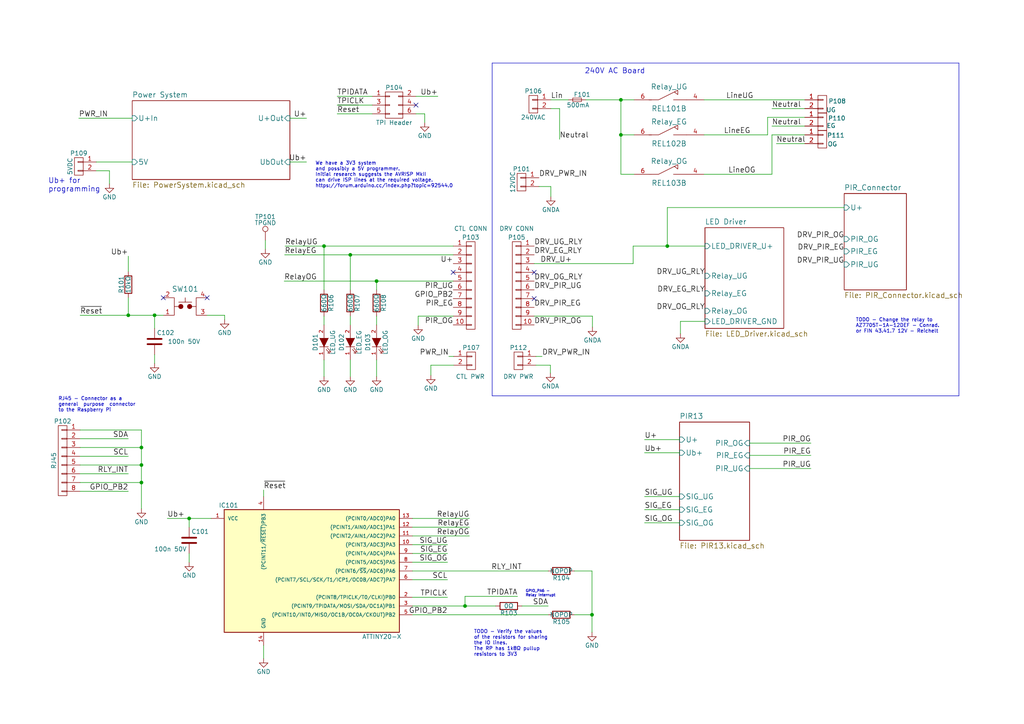
<source format=kicad_sch>
(kicad_sch (version 20230121) (generator eeschema)
  (paper "A4")
  (title_block (title "TL2C - Timed LED Lighting Controller - Hutschiene") (date "2017-07-16") (rev "2L.3"))
  (lib_symbols
    (symbol "Device:C" (pin_numbers hide) (pin_names (offset 0.254))
      (property "Reference" "C" (at 0.635 2.54 0))
      (property "Value" "C" (at 0.635 -2.54 0))
      (symbol "C_0_1"
        (polyline (pts (xy -2.032 -0.762) (xy 2.032 -0.762)) (stroke (width 0.508)))
        (polyline (pts (xy -2.032 0.762) (xy 2.032 0.762)) (stroke (width 0.508)))
      )
      (symbol "C_1_1"
        (pin passive line (at 0 3.81 270) (length 2.794) (name "~") (number "1"))
        (pin passive line (at 0 -3.81 90) (length 2.794) (name "~") (number "2"))
      )
    )
    (symbol "Device:R" (pin_numbers hide) (pin_names (offset 0))
      (property "Reference" "R" (at 2.032 0 90))
      (property "Value" "R" (at 0 0 90))
      (symbol "R_0_1"
        (rectangle (start -1.016 -2.54) (end 1.016 2.54) (stroke (width 0.254)))
      )
      (symbol "R_1_1"
        (pin passive line (at 0 3.81 270) (length 1.27) (name "~") (number "1"))
        (pin passive line (at 0 -3.81 90) (length 1.27) (name "~") (number "2"))
      )
    )
    (symbol "power:GND" (power) (pin_names (offset 0))
      (property "Value" "GND" (at 0 -3.81 0))
      (symbol "GND_0_1"
        (polyline (pts (xy 0 0) (xy 0 -1.27) (xy 1.27 -1.27) (xy 0 -2.54) (xy -1.27 -1.27) (xy 0 -1.27)))
      )
      (symbol "GND_1_1"
        (pin power_in line (at 0 0 270) (length 0) hide (name "GND") (number "1"))
      )
    )
    (symbol "power:GNDA" (power) (pin_names (offset 0))
      (property "Value" "GNDA" (at 0 -3.81 0))
      (symbol "GNDA_0_1"
        (polyline (pts (xy 0 0) (xy 0 -1.27) (xy 1.27 -1.27) (xy 0 -2.54) (xy -1.27 -1.27) (xy 0 -1.27)))
      )
      (symbol "GNDA_1_1"
        (pin power_in line (at 0 0 270) (length 0) hide (name "GNDA") (number "1"))
      )
    )
    (symbol "tl2c-rescue:CONN_01X02" (pin_names (offset 1.016) hide)
      (property "Reference" "P" (at 0 3.81 0))
      (property "Value" "CONN_01X02" (at 2.54 0 90))
      (symbol "CONN_01X02_0_1"
        (rectangle (start -1.27 -1.143) (end 0.254 -1.397))
        (rectangle (start -1.27 1.397) (end 0.254 1.143))
        (rectangle (start -1.27 2.54) (end 1.27 -2.54))
      )
      (symbol "CONN_01X02_1_1"
        (pin passive line (at -5.08 1.27 0) (length 3.81) (name "P1") (number "1"))
        (pin passive line (at -5.08 -1.27 0) (length 3.81) (name "P2") (number "2"))
      )
    )
    (symbol "tl2c-rescue:CONN_01X08" (pin_names (offset 1.016) hide)
      (property "Reference" "P" (at 0 11.43 0))
      (property "Value" "CONN_01X08" (at 2.54 0 90))
      (symbol "CONN_01X08_0_1"
        (rectangle (start -1.27 -10.16) (end 1.27 10.16))
        (rectangle (start -1.27 -8.763) (end 0.254 -9.017))
        (rectangle (start -1.27 -6.223) (end 0.254 -6.477))
        (rectangle (start -1.27 -3.683) (end 0.254 -3.937))
        (rectangle (start -1.27 -1.143) (end 0.254 -1.397))
        (rectangle (start -1.27 1.397) (end 0.254 1.143))
        (rectangle (start -1.27 3.937) (end 0.254 3.683))
        (rectangle (start -1.27 6.477) (end 0.254 6.223))
        (rectangle (start -1.27 9.017) (end 0.254 8.763))
      )
      (symbol "CONN_01X08_1_1"
        (pin passive line (at -5.08 8.89 0) (length 3.81) (name "P1") (number "1"))
        (pin passive line (at -5.08 6.35 0) (length 3.81) (name "P2") (number "2"))
        (pin passive line (at -5.08 3.81 0) (length 3.81) (name "P3") (number "3"))
        (pin passive line (at -5.08 1.27 0) (length 3.81) (name "P4") (number "4"))
        (pin passive line (at -5.08 -1.27 0) (length 3.81) (name "P5") (number "5"))
        (pin passive line (at -5.08 -3.81 0) (length 3.81) (name "P6") (number "6"))
        (pin passive line (at -5.08 -6.35 0) (length 3.81) (name "P7") (number "7"))
        (pin passive line (at -5.08 -8.89 0) (length 3.81) (name "P8") (number "8"))
      )
    )
    (symbol "tl2c-rescue:CONN_01X10" (pin_names (offset 1.016) hide)
      (property "Reference" "P" (at 0 13.97 0))
      (property "Value" "CONN_01X10" (at 2.54 0 90))
      (symbol "CONN_01X10_0_1"
        (rectangle (start -1.27 -11.303) (end 0.254 -11.557))
        (rectangle (start -1.27 -8.763) (end 0.254 -9.017))
        (rectangle (start -1.27 -6.223) (end 0.254 -6.477))
        (rectangle (start -1.27 -3.683) (end 0.254 -3.937))
        (rectangle (start -1.27 -1.143) (end 0.254 -1.397))
        (rectangle (start -1.27 1.397) (end 0.254 1.143))
        (rectangle (start -1.27 3.937) (end 0.254 3.683))
        (rectangle (start -1.27 6.477) (end 0.254 6.223))
        (rectangle (start -1.27 9.017) (end 0.254 8.763))
        (rectangle (start -1.27 11.557) (end 0.254 11.303))
        (rectangle (start -1.27 12.7) (end 1.27 -12.7))
      )
      (symbol "CONN_01X10_1_1"
        (pin passive line (at -5.08 11.43 0) (length 3.81) (name "P1") (number "1"))
        (pin passive line (at -5.08 -11.43 0) (length 3.81) (name "P10") (number "10"))
        (pin passive line (at -5.08 8.89 0) (length 3.81) (name "P2") (number "2"))
        (pin passive line (at -5.08 6.35 0) (length 3.81) (name "P3") (number "3"))
        (pin passive line (at -5.08 3.81 0) (length 3.81) (name "P4") (number "4"))
        (pin passive line (at -5.08 1.27 0) (length 3.81) (name "P5") (number "5"))
        (pin passive line (at -5.08 -1.27 0) (length 3.81) (name "P6") (number "6"))
        (pin passive line (at -5.08 -3.81 0) (length 3.81) (name "P7") (number "7"))
        (pin passive line (at -5.08 -6.35 0) (length 3.81) (name "P8") (number "8"))
        (pin passive line (at -5.08 -8.89 0) (length 3.81) (name "P9") (number "9"))
      )
    )
    (symbol "tl2c-rescue:CONN_02X03" (pin_names (offset 0.0254) hide)
      (property "Reference" "P" (at 0 5.08 0))
      (property "Value" "CONN_02X03" (at 0 -5.08 0))
      (symbol "CONN_02X03_0_1"
        (rectangle (start -2.54 -2.413) (end -1.27 -2.667))
        (rectangle (start -2.54 0.127) (end -1.27 -0.127))
        (rectangle (start -2.54 2.667) (end -1.27 2.413))
        (rectangle (start -2.54 3.81) (end 2.54 -3.81))
        (rectangle (start 1.27 -2.413) (end 2.54 -2.667))
        (rectangle (start 1.27 0.127) (end 2.54 -0.127))
        (rectangle (start 1.27 2.667) (end 2.54 2.413))
      )
      (symbol "CONN_02X03_1_1"
        (pin passive line (at -6.35 2.54 0) (length 3.81) (name "P1") (number "1"))
        (pin passive line (at 6.35 2.54 180) (length 3.81) (name "P2") (number "2"))
        (pin passive line (at -6.35 0 0) (length 3.81) (name "P3") (number "3"))
        (pin passive line (at 6.35 0 180) (length 3.81) (name "P4") (number "4"))
        (pin passive line (at -6.35 -2.54 0) (length 3.81) (name "P5") (number "5"))
        (pin passive line (at 6.35 -2.54 180) (length 3.81) (name "P6") (number "6"))
      )
    )
    (symbol "tl2c-rescue:F_Small" (pin_numbers hide) (pin_names (offset 0.254) hide)
      (property "Reference" "F" (at -1.016 1.524 0))
      (property "Value" "F_Small" (at -3.048 -1.524 0))
      (symbol "F_Small_0_1"
        (rectangle (start -1.27 0.508) (end 1.27 -0.508))
        (polyline (pts (xy -1.27 0) (xy 1.27 0)))
      )
      (symbol "F_Small_1_1"
        (pin passive line (at -2.54 0 0) (length 1.27) (name "~") (number "1"))
        (pin passive line (at 2.54 0 180) (length 1.27) (name "~") (number "2"))
      )
    )
    (symbol "tl2c-rescue:LED-RESCUE-tl2c" (pin_names (offset 1.016) hide)
      (property "Reference" "D" (at 0 2.54 0))
      (property "Value" "LED-RESCUE-tl2c" (at 0 -2.54 0))
      (symbol "LED-RESCUE-tl2c_0_1"
        (polyline (pts (xy -1.27 1.27) (xy -1.27 -1.27)))
        (polyline (pts (xy -2.032 -0.635) (xy -3.175 -1.651) (xy -3.048 -1.016)))
        (polyline (pts (xy -1.651 -1.016) (xy -2.794 -2.032) (xy -2.667 -1.397)))
        (polyline (pts (xy 1.27 1.27) (xy -1.27 0) (xy 1.27 -1.27)) (fill (type outline)))
      )
      (symbol "LED-RESCUE-tl2c_1_1"
        (pin passive line (at -5.08 0 0) (length 3.81) (name "K") (number "1"))
        (pin passive line (at 5.08 0 180) (length 3.81) (name "A") (number "2"))
      )
    )
    (symbol "tl2c-symbols:ATTINY20-X" (pin_names (offset 1.016))
      (property "Reference" "IC" (at -24.13 19.05 0))
      (property "Value" "ATTINY20-X" (at 20.32 -19.05 0))
      (property "Footprint" "TSSOP14" (at 0 2.54 0))
      (property "Datasheet" "http://www.atmel.com/images/atmel-8235-8-bit-avr-microcontroller-attiny20_datasheet.pdf" (at 0 0 0))
      (symbol "ATTINY20-X_0_1"
        (rectangle (start 25.4 17.78) (end -25.4 -17.78) (stroke (width 0.254)) (fill (type background)))
      )
      (symbol "ATTINY20-X_1_1"
        (pin bidirectional line (at -29.21 15.24 0) (length 3.81) (name "VCC") (number "1"))
        (pin bidirectional line (at 29.21 7.62 180) (length 3.81) (name "(PCINT3/ADC3)PA3") (number "10"))
        (pin bidirectional line (at 29.21 10.16 180) (length 3.81) (name "(PCINT2/AIN1/ADC2)PA2") (number "11"))
        (pin bidirectional line (at 29.21 12.7 180) (length 3.81) (name "(PCINT1/AIN0/ADC1)PA1") (number "12"))
        (pin bidirectional line (at 29.21 15.24 180) (length 3.81) (name "(PCINT0/ADC0)PA0") (number "13"))
        (pin power_in line (at -13.97 -21.59 90) (length 3.81) (name "GND") (number "14"))
        (pin bidirectional line (at 29.21 -7.62 180) (length 3.81) (name "(PCINT8/TPICLK/T0/CLKI)PB0") (number "2"))
        (pin bidirectional line (at 29.21 -10.16 180) (length 3.81) (name "(PCINT9/TPIDATA/MOSI/SDA/OC1A)PB1") (number "3"))
        (pin bidirectional line (at -13.97 21.59 270) (length 3.81) (name "(PCINT11/~{RESET})PB3") (number "4"))
        (pin bidirectional line (at 29.21 -12.7 180) (length 3.81) (name "(PCINT10/INT0/MISO/OC1B/OC0A/CKOUT)PB2") (number "5"))
        (pin bidirectional line (at 29.21 -2.54 180) (length 3.81) (name "(PCINT7/SCL/SCK/T1/ICP1/OC0B/ADC7)PA7") (number "6"))
        (pin bidirectional line (at 29.21 0 180) (length 3.81) (name "(PCINT6/~{SS}/ADC6)PA6") (number "7"))
        (pin bidirectional line (at 29.21 2.54 180) (length 3.81) (name "(PCINT5/ADC5)PA5") (number "8"))
        (pin bidirectional line (at 29.21 5.08 180) (length 3.81) (name "(PCINT4/ADC4)PA4") (number "9"))
      )
    )
    (symbol "tl2c-symbols:Relay_JW1AFSN12F" (pin_names (offset 1.016))
      (property "Reference" "REL" (at -0.127 -4.191 0))
      (property "Value" "Relay_JW1AFSN12F" (at -0.635 3.81 0))
      (symbol "Relay_JW1AFSN12F_1_1"
        (rectangle (start -5.08 2.54) (end 5.08 -2.54))
        (polyline (pts (xy 5.08 2.54) (xy -5.08 -2.54)))
        (pin bidirectional line (at -10.16 0 0) (length 5.08) (name "~") (number "1"))
        (pin bidirectional line (at 10.16 0 180) (length 5.08) (name "~") (number "8"))
      )
      (symbol "Relay_JW1AFSN12F_1_2"
        (pin bidirectional line (at -10.795 -0.635 0) (length 5.08) (name "COM") (number "??"))
        (pin bidirectional line (at 11.811 -0.635 180) (length 5.08) (name "N.O.") (number "??"))
      )
      (symbol "Relay_JW1AFSN12F_2_1"
        (polyline (pts (xy 5.08 0) (xy 1.27 0)))
        (polyline (pts (xy -5.842 0) (xy -3.048 0) (xy 2.54 2.794)))
        (polyline (pts (xy 2.54 2.794) (xy 2.54 1.524) (xy 1.524 2.286)))
        (pin bidirectional line (at 10.16 0 180) (length 5.08) (name "~") (number "4"))
        (pin bidirectional line (at -10.16 0 0) (length 5.08) (name "~") (number "6"))
      )
      (symbol "Relay_JW1AFSN12F_2_2"
        (pin bidirectional line (at 11.811 -0.635 180) (length 5.08) (name "N.O.") (number "4"))
        (pin bidirectional line (at -10.795 -0.635 0) (length 5.08) (name "COM") (number "6"))
      )
    )
    (symbol "tl2c-symbols:TEST_1P" (pin_numbers hide) (pin_names (offset 0.762) hide)
      (property "Reference" "TP" (at 0 6.858 0))
      (property "Value" "TEST_1P" (at 0 5.08 0))
      (symbol "TEST_1P_0_1"
        (circle (center 0 3.302) (radius 0.762))
      )
      (symbol "TEST_1P_1_1"
        (pin passive line (at 0 0 90) (length 2.54) (name "1") (number "1"))
      )
    )
    (symbol "tl2c-symbols:TL3315NF160Q" (pin_names (offset 1.016) hide)
      (property "Reference" "SW?" (at 6.985 -3.175 0))
      (symbol "TL3315NF160Q_0_1"
        (circle (center 0 -1.27) (radius 0.635) (fill (type outline)))
        (polyline (pts (xy 0 -1.27) (xy 0 -3.175)))
        (polyline (pts (xy 0 3.175) (xy 0 1.27)))
        (polyline (pts (xy 1.27 0) (xy 2.54 0)))
        (polyline (pts (xy 1.27 1.905) (xy 1.27 -1.905)))
        (polyline (pts (xy -2.54 -3.81) (xy -2.54 -3.175) (xy 2.54 -3.175) (xy 2.54 -3.81)))
        (polyline (pts (xy -2.54 3.81) (xy -2.54 3.175) (xy 2.54 3.175) (xy 2.54 3.81)))
        (circle (center 0 1.27) (radius 0.635) (fill (type outline)))
      )
      (symbol "TL3315NF160Q_1_1"
        (pin input line (at -2.54 6.35 270) (length 2.54) (name "1") (number "1"))
        (pin input line (at 2.54 6.35 270) (length 2.54) (name "2") (number "2"))
        (pin input line (at -2.54 -6.35 90) (length 2.54) (name "3") (number "3"))
        (pin input line (at 2.54 -6.35 90) (length 2.54) (name "4") (number "4"))
      )
    )
  )
  (junction (at 180.086 28.956))
  (junction (at 37.211 91.44))
  (junction (at 134.874 175.768))
  (junction (at 193.548 71.374))
  (junction (at 44.831 91.44))
  (junction (at 54.864 150.368))
  (junction (at 180.086 39.116))
  (junction (at 41.021 139.954))
  (junction (at 109.22 81.534))
  (junction (at 93.98 71.374))
  (junction (at 101.6 73.914))
  (junction (at 41.021 129.794))
  (junction (at 41.021 134.874))
  (junction (at 171.704 178.308))
  (no_connect (at 131.445 78.994))
  (no_connect (at 47.371 86.36))
  (no_connect (at 120.65 30.48))
  (no_connect (at 154.94 78.994))
  (no_connect (at 154.94 86.614))
  (no_connect (at 60.071 86.36))
  (wire (pts (xy 31.75 49.53) (xy 31.75 53.34)))
  (wire (pts (xy 223.901 39.116) (xy 233.426 39.116)))
  (wire (pts (xy 93.98 84.074) (xy 93.98 71.374)))
  (wire (pts (xy 93.98 104.394) (xy 93.98 109.22)))
  (wire (pts (xy 41.021 129.794) (xy 41.021 134.874)))
  (wire (pts (xy 109.22 81.534) (xy 131.445 81.534)))
  (wire (pts (xy 107.95 30.48) (xy 97.79 30.48)))
  (wire (pts (xy 119.634 155.448) (xy 136.144 155.448)))
  (wire (pts (xy 119.634 175.768) (xy 134.874 175.768)))
  (wire (pts (xy 101.6 73.914) (xy 131.445 73.914)))
  (wire (pts (xy 109.22 91.694) (xy 109.22 94.234)))
  (wire (pts (xy 76.454 144.018) (xy 76.454 142.113)))
  (wire (pts (xy 166.624 178.308) (xy 171.704 178.308)))
  (wire (pts (xy 233.426 36.576) (xy 223.901 36.576)))
  (wire (pts (xy 197.104 144.018) (xy 186.944 144.018)))
  (wire (pts (xy 119.634 173.228) (xy 129.794 173.228)))
  (wire (pts (xy 101.6 104.394) (xy 101.6 109.22)))
  (wire (pts (xy 217.424 132.08) (xy 235.204 132.08)))
  (wire (pts (xy 23.241 129.794) (xy 41.021 129.794)))
  (wire (pts (xy 159.766 54.102) (xy 159.766 57.023)))
  (wire (pts (xy 44.831 91.44) (xy 47.371 91.44)))
  (wire (pts (xy 119.634 150.368) (xy 136.144 150.368)))
  (wire (pts (xy 155.448 103.378) (xy 157.226 103.378)))
  (wire (pts (xy 183.642 71.374) (xy 183.642 76.454)))
  (wire (pts (xy 204.216 39.116) (xy 222.631 39.116)))
  (wire (pts (xy 159.766 28.956) (xy 164.846 28.956)))
  (wire (pts (xy 121.285 91.694) (xy 131.445 91.694)))
  (wire (pts (xy 44.831 102.87) (xy 44.831 105.41)))
  (wire (pts (xy 119.634 168.148) (xy 129.794 168.148)))
  (wire (pts (xy 109.22 84.074) (xy 109.22 81.534)))
  (wire (pts (xy 171.831 91.694) (xy 154.94 91.694)))
  (wire (pts (xy 183.642 76.454) (xy 154.94 76.454)))
  (wire (pts (xy 82.677 71.374) (xy 93.98 71.374)))
  (wire (pts (xy 23.241 124.714) (xy 41.021 124.714)))
  (wire (pts (xy 23.241 142.494) (xy 37.211 142.494)))
  (wire (pts (xy 93.98 71.374) (xy 131.445 71.374)))
  (polyline (pts (xy 142.748 18.288) (xy 278.13 18.288)))
  (wire (pts (xy 107.95 33.02) (xy 97.79 33.02)))
  (wire (pts (xy 84.074 34.29) (xy 88.9 34.29)))
  (wire (pts (xy 23.241 137.414) (xy 37.211 137.414)))
  (wire (pts (xy 222.631 34.036) (xy 233.426 34.036)))
  (wire (pts (xy 120.65 27.94) (xy 127 27.94)))
  (wire (pts (xy 223.901 50.546) (xy 223.901 39.116)))
  (wire (pts (xy 41.021 124.714) (xy 41.021 129.794)))
  (wire (pts (xy 23.241 91.44) (xy 37.211 91.44)))
  (wire (pts (xy 37.211 86.36) (xy 37.211 91.44)))
  (wire (pts (xy 119.634 157.988) (xy 129.794 157.988)))
  (wire (pts (xy 171.704 178.308) (xy 171.704 183.388)))
  (wire (pts (xy 134.874 175.768) (xy 134.874 172.974)))
  (wire (pts (xy 159.639 108.204) (xy 159.639 105.918)))
  (wire (pts (xy 183.642 71.374) (xy 193.548 71.374)))
  (wire (pts (xy 82.55 73.914) (xy 101.6 73.914)))
  (wire (pts (xy 23.241 132.334) (xy 37.211 132.334)))
  (wire (pts (xy 159.639 105.918) (xy 155.448 105.918)))
  (wire (pts (xy 41.021 134.874) (xy 41.021 139.954)))
  (wire (pts (xy 37.211 91.44) (xy 44.831 91.44)))
  (wire (pts (xy 180.086 50.546) (xy 183.896 50.546)))
  (polyline (pts (xy 142.748 114.808) (xy 278.13 114.808)))
  (wire (pts (xy 27.94 49.53) (xy 31.75 49.53)))
  (wire (pts (xy 197.104 151.638) (xy 186.944 151.638)))
  (wire (pts (xy 119.634 178.308) (xy 159.004 178.308)))
  (wire (pts (xy 162.306 31.496) (xy 162.306 40.386)))
  (wire (pts (xy 193.548 60.198) (xy 193.548 71.374)))
  (wire (pts (xy 107.95 27.94) (xy 97.79 27.94)))
  (wire (pts (xy 183.896 39.116) (xy 180.086 39.116)))
  (wire (pts (xy 109.22 104.394) (xy 109.22 109.22)))
  (wire (pts (xy 217.424 128.524) (xy 235.204 128.524)))
  (wire (pts (xy 166.624 165.608) (xy 171.704 165.608)))
  (wire (pts (xy 180.086 28.956) (xy 180.086 39.116)))
  (wire (pts (xy 244.856 60.198) (xy 193.548 60.198)))
  (wire (pts (xy 84.074 46.99) (xy 88.9 46.99)))
  (wire (pts (xy 48.514 150.368) (xy 54.864 150.368)))
  (wire (pts (xy 180.086 39.116) (xy 180.086 50.546)))
  (wire (pts (xy 120.65 33.02) (xy 123.19 33.02)))
  (wire (pts (xy 204.216 50.546) (xy 223.901 50.546)))
  (wire (pts (xy 217.424 135.89) (xy 235.204 135.89)))
  (wire (pts (xy 65.151 91.44) (xy 65.151 92.71)))
  (wire (pts (xy 54.864 160.528) (xy 54.864 163.068)))
  (wire (pts (xy 119.634 165.608) (xy 159.004 165.608)))
  (wire (pts (xy 23.241 127.254) (xy 37.211 127.254)))
  (wire (pts (xy 233.426 41.656) (xy 225.171 41.656)))
  (wire (pts (xy 134.874 175.768) (xy 143.764 175.768)))
  (wire (pts (xy 22.86 34.29) (xy 38.354 34.29)))
  (wire (pts (xy 76.962 69.723) (xy 76.962 72.263)))
  (wire (pts (xy 180.086 28.956) (xy 183.896 28.956)))
  (wire (pts (xy 171.704 165.608) (xy 171.704 178.308)))
  (wire (pts (xy 54.864 150.368) (xy 54.864 152.908)))
  (wire (pts (xy 60.071 91.44) (xy 65.151 91.44)))
  (wire (pts (xy 41.021 139.954) (xy 23.241 139.954)))
  (wire (pts (xy 44.831 91.44) (xy 44.831 95.25)))
  (wire (pts (xy 101.6 84.074) (xy 101.6 73.914)))
  (wire (pts (xy 93.98 91.694) (xy 93.98 94.234)))
  (wire (pts (xy 54.864 150.368) (xy 61.214 150.368)))
  (wire (pts (xy 197.104 147.828) (xy 186.944 147.828)))
  (wire (pts (xy 119.634 163.068) (xy 129.794 163.068)))
  (wire (pts (xy 124.968 105.918) (xy 131.572 105.918)))
  (wire (pts (xy 197.358 96.774) (xy 197.358 93.218)))
  (wire (pts (xy 156.337 54.102) (xy 159.766 54.102)))
  (wire (pts (xy 27.94 46.99) (xy 38.354 46.99)))
  (wire (pts (xy 37.211 74.295) (xy 37.211 78.74)))
  (polyline (pts (xy 278.13 114.808) (xy 278.13 18.288)))
  (wire (pts (xy 169.926 28.956) (xy 180.086 28.956)))
  (wire (pts (xy 204.216 28.956) (xy 233.426 28.956)))
  (wire (pts (xy 41.021 134.874) (xy 23.241 134.874)))
  (wire (pts (xy 159.766 31.496) (xy 162.306 31.496)))
  (wire (pts (xy 171.831 94.869) (xy 171.831 91.694)))
  (wire (pts (xy 129.794 160.528) (xy 119.634 160.528)))
  (wire (pts (xy 222.631 39.116) (xy 222.631 34.036)))
  (wire (pts (xy 197.358 93.218) (xy 204.47 93.218)))
  (wire (pts (xy 134.874 172.974) (xy 150.114 172.974)))
  (wire (pts (xy 131.572 103.378) (xy 130.175 103.378)))
  (wire (pts (xy 41.021 139.954) (xy 41.021 147.574)))
  (wire (pts (xy 136.144 152.908) (xy 119.634 152.908)))
  (wire (pts (xy 82.423 81.534) (xy 109.22 81.534)))
  (wire (pts (xy 121.285 94.361) (xy 121.285 91.694)))
  (wire (pts (xy 101.6 91.694) (xy 101.6 94.234)))
  (polyline (pts (xy 142.748 18.288) (xy 142.748 114.808)))
  (wire (pts (xy 193.548 71.374) (xy 204.47 71.374)))
  (wire (pts (xy 76.454 187.198) (xy 76.454 191.008)))
  (wire (pts (xy 197.104 127.508) (xy 186.944 127.508)))
  (wire (pts (xy 233.426 31.496) (xy 223.901 31.496)))
  (wire (pts (xy 151.384 175.768) (xy 159.004 175.768)))
  (wire (pts (xy 123.19 33.02) (xy 123.19 35.56)))
  (wire (pts (xy 197.104 131.318) (xy 186.944 131.318)))
  (wire (pts (xy 124.968 105.918) (xy 124.968 108.839)))
  (text "We have a 3V3 system \nand possibly a 5V programmer. \nInitial research suggests the AVRISP MkII\ncan drive ISP lines at the required voltage.\nhttps://forum.arduino.cc/index.php?topic=92544.0" (at 91.44 54.61 0) (effects (font (size 1.016 1.016)) (justify left bottom)))
  (text "Ub+ for \nprogramming" (at 13.97 55.88 0) (effects (font (size 1.524 1.524)) (justify left bottom)))
  (text "240V AC Board" (at 169.545 21.59 0) (effects (font (size 1.524 1.524)) (justify left bottom)))
  (text "GPIO_PA6 -\nRelay Interrupt" (at 152.4 173.228 0) (effects (font (size 0.762 0.762)) (justify left bottom)))
  (text "TODO - Change the relay to  \nAZ7705T-1A-12DEF - Conrad.\nor FIN 43.41.7 12V - Reichelt" (at 248.158 96.774 0) (effects (font (size 1.016 1.016)) (justify left bottom)))
  (text "TODO - Verify the values \nof the resistors for sharing\nthe IO lines." (at 137.414 187.198 0) (effects (font (size 1.016 1.016)) (justify left bottom)))
  (text "RJ45 - Connector as a \ngeneral  purpose  connector \nto the Raspberry Pi" (at 16.891 119.634 0) (effects (font (size 1.016 1.016)) (justify left bottom)))
  (text "The RP has 1k8Ω pullup\nresistors to 3V3\n" (at 137.414 190.5 0) (effects (font (size 1.016 1.016)) (justify left bottom)))
  (label "TPIDATA" (at 150.114 172.974 180) (effects (font (size 1.524 1.524))))
  (label "RelayOG" (at 82.423 81.534 0) (effects (font (size 1.524 1.524))))
  (label "DRV_PIR_UG" (at 154.94 84.074 0) (effects (font (size 1.524 1.524))))
  (label "TPIDATA" (at 97.79 27.94 0) (effects (font (size 1.524 1.524))))
  (label "LineEG" (at 209.931 39.116 0) (effects (font (size 1.524 1.524))))
  (label "~{Reset}" (at 23.241 91.44 0) (effects (font (size 1.524 1.524))))
  (label "Ub+" (at 186.944 131.318 0) (effects (font (size 1.524 1.524))))
  (label "DRV_OG_RLY" (at 154.94 81.534 0) (effects (font (size 1.524 1.524))))
  (label "PIR_UG" (at 235.204 135.89 180) (effects (font (size 1.524 1.524))))
  (label "PIR_OG" (at 235.204 128.524 180) (effects (font (size 1.524 1.524))))
  (label "DRV_U+" (at 156.718 76.454 0) (effects (font (size 1.524 1.524))))
  (label "RelayEG" (at 136.144 152.908 180) (effects (font (size 1.524 1.524))))
  (label "SDA" (at 159.004 175.768 180) (effects (font (size 1.524 1.524))))
  (label "TPICLK" (at 129.794 173.228 180) (effects (font (size 1.524 1.524))))
  (label "PIR_OG" (at 131.445 94.234 180) (effects (font (size 1.524 1.524))))
  (label "RelayUG" (at 82.677 71.374 0) (effects (font (size 1.524 1.524))))
  (label "Neutral" (at 223.901 31.496 0) (effects (font (size 1.524 1.524))))
  (label "Neutral" (at 225.171 41.656 0) (effects (font (size 1.524 1.524))))
  (label "DRV_UG_RLY" (at 204.47 80.01 180) (effects (font (size 1.524 1.524))))
  (label "DRV_UG_RLY" (at 154.94 71.374 0) (effects (font (size 1.524 1.524))))
  (label "Ub+" (at 37.211 74.295 180) (effects (font (size 1.524 1.524))))
  (label "GPIO_PB2" (at 37.211 142.494 180) (effects (font (size 1.524 1.524))))
  (label "PIR_UG" (at 131.445 84.074 180) (effects (font (size 1.524 1.524))))
  (label "DRV_PIR_OG" (at 154.94 94.234 0) (effects (font (size 1.524 1.524))))
  (label "LineUG" (at 210.566 28.956 0) (effects (font (size 1.524 1.524))))
  (label "RelayOG" (at 136.144 155.448 180) (effects (font (size 1.524 1.524))))
  (label "SCL" (at 37.211 132.334 180) (effects (font (size 1.524 1.524))))
  (label "DRV_EG_RLY" (at 204.47 85.09 180) (effects (font (size 1.524 1.524))))
  (label "U+" (at 186.944 127.508 0) (effects (font (size 1.524 1.524))))
  (label "Ub+" (at 48.514 150.368 0) (effects (font (size 1.524 1.524))))
  (label "DRV_OG_RLY" (at 204.47 90.17 180) (effects (font (size 1.524 1.524))))
  (label "RelayUG" (at 136.144 150.368 180) (effects (font (size 1.524 1.524))))
  (label "LineOG" (at 211.201 50.546 0) (effects (font (size 1.524 1.524))))
  (label "DRV_PWR_IN" (at 156.337 51.562 0) (effects (font (size 1.524 1.524))))
  (label "RLY_INT" (at 37.211 137.414 180) (effects (font (size 1.524 1.524))))
  (label "SIG_EG" (at 129.794 160.528 180) (effects (font (size 1.524 1.524))))
  (label "PWR_IN" (at 130.175 103.378 180) (effects (font (size 1.524 1.524))))
  (label "SIG_OG" (at 186.944 151.638 0) (effects (font (size 1.524 1.524))))
  (label "Lin" (at 159.766 28.956 0) (effects (font (size 1.524 1.524))))
  (label "DRV_EG_RLY" (at 154.94 73.914 0) (effects (font (size 1.524 1.524))))
  (label "RelayEG" (at 82.55 73.914 0) (effects (font (size 1.524 1.524))))
  (label "PIR_EG" (at 235.204 132.08 180) (effects (font (size 1.524 1.524))))
  (label "SIG_OG" (at 129.794 163.068 180) (effects (font (size 1.524 1.524))))
  (label "~{Reset}" (at 76.454 142.113 0) (effects (font (size 1.524 1.524))))
  (label "DRV_PIR_EG" (at 244.856 72.898 180) (effects (font (size 1.524 1.524))))
  (label "GPIO_PB2" (at 129.794 178.308 180) (effects (font (size 1.524 1.524))))
  (label "~{Reset}" (at 97.79 33.02 0) (effects (font (size 1.524 1.524))))
  (label "PIR_EG" (at 131.445 89.154 180) (effects (font (size 1.524 1.524))))
  (label "DRV_PIR_OG" (at 244.856 69.342 180) (effects (font (size 1.524 1.524))))
  (label "Ub+" (at 88.9 46.99 180) (effects (font (size 1.524 1.524))))
  (label "DRV_PWR_IN" (at 157.226 103.378 0) (effects (font (size 1.524 1.524))))
  (label "DRV_PIR_EG" (at 154.94 89.154 0) (effects (font (size 1.524 1.524))))
  (label "SDA" (at 37.211 127.254 180) (effects (font (size 1.524 1.524))))
  (label "PWR_IN" (at 22.86 34.29 0) (effects (font (size 1.524 1.524))))
  (label "TPICLK" (at 97.79 30.48 0) (effects (font (size 1.524 1.524))))
  (label "SIG_UG" (at 129.794 157.988 180) (effects (font (size 1.524 1.524))))
  (label "SIG_UG" (at 186.944 144.018 0) (effects (font (size 1.524 1.524))))
  (label "Neutral" (at 162.306 40.386 0) (effects (font (size 1.524 1.524))))
  (label "U+" (at 131.445 76.454 180) (effects (font (size 1.524 1.524))))
  (label "RLY_INT" (at 151.384 165.608 180) (effects (font (size 1.524 1.524))))
  (label "SCL" (at 129.794 168.148 180) (effects (font (size 1.524 1.524))))
  (label "U+" (at 88.9 34.29 180) (effects (font (size 1.524 1.524))))
  (label "Neutral" (at 223.901 36.576 0) (effects (font (size 1.524 1.524))))
  (label "Ub+" (at 127 27.94 180) (effects (font (size 1.524 1.524))))
  (label "GPIO_PB2" (at 131.445 86.614 180) (effects (font (size 1.524 1.524))))
  (label "DRV_PIR_UG" (at 244.856 76.708 180) (effects (font (size 1.524 1.524))))
  (label "SIG_EG" (at 186.944 147.828 0) (effects (font (size 1.524 1.524))))
  (symbol (lib_id "tl2c-symbols:ATTINY20-X") (at 90.424 165.608 0) (unit 1)
    (property "Reference" "IC101" (at 66.294 146.558 0))
    (property "Value" "ATTINY20-X" (at 110.744 184.658 0))
    (property "Footprint" "Housings_SOIC:SOIC-14_3.9x8.7mm_Pitch1.27mm" (effects hide))
    (property "MFP" "ATTINY20-SSUR" (effects hide))
    (property "Conrad-PN" "1267295 - 62" (effects hide))
    (property "Digikey-PN" "ATTINY20-SSURCT-ND" (effects hide))
  )
  (symbol (lib_id "Device:C") (at 54.864 156.718 0) (unit 1)
    (property "Reference" "C101" (at 55.499 154.178 0) (effects (justify left)))
    (property "Value" "100n 50V" (at 44.704 159.258 0) (effects (justify left)))
    (property "Footprint" "Capacitors_SMD:C_0805" (effects hide))
  )
  (symbol (lib_id "power:GND") (at 76.454 191.008 0) (unit 1)
    (property "Reference" "#PWR01" (effects hide))
    (property "Value" "GND" (at 76.454 194.818 0))
  )
  (symbol (lib_id "tl2c-rescue:CONN_02X03") (at 114.3 30.48 0) (unit 1)
    (property "Reference" "P104" (at 114.3 25.4 0))
    (property "Value" "TPI Header" (at 114.3 35.56 0))
    (property "Footprint" "Connect:Tag-Connect_TC2030-IDC-NL" (effects hide))
    (property "MFP" "Value" (effects hide))
    (property "Conrad-PN" "Value" (effects hide))
    (property "Digikey-PN" "Value" (effects hide))
  )
  (symbol (lib_id "power:GND") (at 123.19 35.56 0) (unit 1)
    (property "Reference" "#PWR02" (effects hide))
    (property "Value" "GND" (at 123.19 39.37 0))
  )
  (symbol (lib_id "Device:R") (at 37.211 82.55 180) (unit 1)
    (property "Reference" "R101" (at 35.179 82.55 90))
    (property "Value" "10kΩ" (at 37.211 82.55 90))
    (property "Footprint" "Resistors_SMD:R_0805" (effects hide))
  )
  (symbol (lib_id "power:GND") (at 54.864 163.068 0) (unit 1)
    (property "Reference" "#PWR03" (effects hide))
    (property "Value" "GND" (at 54.864 166.878 0))
  )
  (symbol (lib_id "Device:R") (at 147.574 175.768 270) (unit 1)
    (property "Reference" "R103" (at 147.574 177.8 90))
    (property "Value" "0Ω" (at 147.574 175.768 90))
    (property "Footprint" "Resistors_SMD:R_0805" (effects hide))
  )
  (symbol (lib_id "Device:R") (at 162.814 165.608 270) (unit 1)
    (property "Reference" "R104" (at 162.814 167.64 90))
    (property "Value" "NOPOP" (at 162.814 165.608 90))
    (property "Footprint" "Resistors_SMD:R_0805" (effects hide))
  )
  (symbol (lib_id "Device:R") (at 162.814 178.308 270) (unit 1)
    (property "Reference" "R105" (at 162.814 180.34 90))
    (property "Value" "NOPOP" (at 162.814 178.308 90))
    (property "Footprint" "Resistors_SMD:R_0805" (effects hide))
  )
  (symbol (lib_id "power:GND") (at 171.704 183.388 0) (unit 1)
    (property "Reference" "#PWR04" (effects hide))
    (property "Value" "GND" (at 171.704 187.198 0))
  )
  (symbol (lib_id "tl2c-symbols:Relay_JW1AFSN12F") (at 194.056 28.956 0) (unit 2)
    (property "Reference" "REL101" (at 194.056 31.496 0) (effects (font (size 1.524 1.524))))
    (property "Value" "Relay_UG" (at 194.056 25.146 0) (effects (font (size 1.524 1.524))))
    (property "Footprint" "tl2c-footprint:JW1AFSN-12-F" (effects hide))
    (property "MFP" "JW1AFSN-12-F" (effects hide))
    (property "Conrad-PN" "504961 - 62" (effects hide))
    (property "Digikey-PN" "Value" (effects hide))
  )
  (symbol (lib_id "tl2c-symbols:Relay_JW1AFSN12F") (at 194.056 39.116 0) (unit 2)
    (property "Reference" "REL102" (at 194.056 41.656 0) (effects (font (size 1.524 1.524))))
    (property "Value" "Relay_EG" (at 194.056 35.306 0) (effects (font (size 1.524 1.524))))
    (property "Footprint" "tl2c-footprint:JW1AFSN-12-F" (effects hide))
    (property "MFP" "JW1AFSN-12-F" (effects hide))
    (property "Conrad-PN" "504961 - 62" (effects hide))
    (property "Digikey-PN" "Value" (effects hide))
  )
  (symbol (lib_id "tl2c-symbols:Relay_JW1AFSN12F") (at 194.056 50.546 0) (unit 2)
    (property "Reference" "REL103" (at 194.056 53.086 0) (effects (font (size 1.524 1.524))))
    (property "Value" "Relay_OG" (at 194.056 46.736 0) (effects (font (size 1.524 1.524))))
    (property "Footprint" "tl2c-footprint:JW1AFSN-12-F" (effects hide))
    (property "MFP" "JW1AFSN-12-F" (effects hide))
    (property "Conrad-PN" "504961 - 62" (effects hide))
    (property "Digikey-PN" "Value" (effects hide))
  )
  (symbol (lib_id "power:GND") (at 65.151 92.71 0) (unit 1)
    (property "Reference" "#PWR05" (effects hide))
    (property "Value" "GND" (at 65.151 96.52 0))
  )
  (symbol (lib_id "tl2c-rescue:CONN_01X02") (at 151.257 52.832 0) (mirror y) (unit 1)
    (property "Reference" "P101" (at 151.257 49.022 0))
    (property "Value" "12VDC" (at 148.717 52.832 90))
    (property "Footprint" "tl2c-footprint:PCB_Screw_Terminal_Block_5.08mm_x_2" (effects hide))
    (property "MFP" "Value" (effects hide))
    (property "Conrad-PN" "Value" (effects hide))
    (property "Digikey-PN" "Value" (effects hide))
  )
  (symbol (lib_id "tl2c-symbols:TEST_1P") (at 76.962 69.723 0) (unit 1)
    (property "Reference" "TP101" (at 76.962 62.865 0))
    (property "Value" "TPGND" (at 76.962 64.643 0))
    (property "Footprint" "Measurement_Points:Measurement_Point_Round-SMD-Pad_Small" (effects hide))
  )
  (symbol (lib_id "power:GND") (at 76.962 72.263 0) (unit 1)
    (property "Reference" "#PWR06" (effects hide))
    (property "Value" "GND" (at 76.962 76.073 0))
  )
  (symbol (lib_id "tl2c-symbols:TL3315NF160Q") (at 53.721 88.9 90) (unit 1)
    (property "Reference" "SW101" (at 53.721 83.82 90) (effects (font (size 1.524 1.524))))
    (property "Value" "TL3315NF160Q" (effects hide))
    (property "Footprint" "tl2c-footprint:TACTILE_FSM2JSMAA" (effects hide))
    (property "MFP" "Value" (effects hide))
    (property "Conrad-PN" "Value" (effects hide))
    (property "Digikey-PN" "Value" (effects hide))
  )
  (symbol (lib_id "tl2c-rescue:LED-RESCUE-tl2c") (at 93.98 99.314 90) (unit 1)
    (property "Reference" "D101" (at 91.44 99.314 0))
    (property "Value" "LED_UG" (at 96.52 99.314 0))
    (property "Footprint" "LEDs:LED_0805_HandSoldering" (effects hide))
  )
  (symbol (lib_id "Device:R") (at 93.98 87.884 0) (unit 1)
    (property "Reference" "R106" (at 96.012 87.884 90))
    (property "Value" "660Ω" (at 93.98 87.884 90))
    (property "Footprint" "Resistors_SMD:R_0805_HandSoldering" (effects hide))
  )
  (symbol (lib_id "power:GND") (at 93.98 109.22 0) (unit 1)
    (property "Reference" "#PWR07" (effects hide))
    (property "Value" "GND" (at 93.98 113.03 0))
  )
  (symbol (lib_id "tl2c-rescue:LED-RESCUE-tl2c") (at 101.6 99.314 90) (unit 1)
    (property "Reference" "D102" (at 99.06 99.314 0))
    (property "Value" "LED_EG" (at 104.14 99.314 0))
    (property "Footprint" "LEDs:LED_0805_HandSoldering" (effects hide))
  )
  (symbol (lib_id "Device:R") (at 101.6 87.884 0) (unit 1)
    (property "Reference" "R107" (at 103.632 87.884 90))
    (property "Value" "660Ω" (at 101.6 87.884 90))
    (property "Footprint" "Resistors_SMD:R_0805_HandSoldering" (effects hide))
  )
  (symbol (lib_id "power:GND") (at 101.6 109.22 0) (unit 1)
    (property "Reference" "#PWR08" (effects hide))
    (property "Value" "GND" (at 101.6 113.03 0))
  )
  (symbol (lib_id "tl2c-rescue:LED-RESCUE-tl2c") (at 109.22 99.314 90) (unit 1)
    (property "Reference" "D103" (at 106.68 99.314 0))
    (property "Value" "LED_OG" (at 111.76 99.314 0))
    (property "Footprint" "LEDs:LED_0805_HandSoldering" (effects hide))
  )
  (symbol (lib_id "Device:R") (at 109.22 87.884 0) (unit 1)
    (property "Reference" "R108" (at 111.252 87.884 90))
    (property "Value" "660Ω" (at 109.22 87.884 90))
    (property "Footprint" "Resistors_SMD:R_0805_HandSoldering" (effects hide))
  )
  (symbol (lib_id "power:GND") (at 109.22 109.22 0) (unit 1)
    (property "Reference" "#PWR09" (effects hide))
    (property "Value" "GND" (at 109.22 113.03 0))
  )
  (symbol (lib_id "power:GNDA") (at 171.831 94.869 0) (mirror y) (unit 1)
    (property "Reference" "#PWR010" (effects hide))
    (property "Value" "GNDA" (at 171.831 98.679 0))
  )
  (symbol (lib_id "Device:C") (at 44.831 99.06 0) (unit 1)
    (property "Reference" "C102" (at 45.466 96.52 0) (effects (justify left)))
    (property "Value" "100n 50V" (at 48.641 99.06 0) (effects (justify left)))
    (property "Footprint" "Capacitors_SMD:C_0805" (effects hide))
  )
  (symbol (lib_id "power:GND") (at 44.831 105.41 0) (unit 1)
    (property "Reference" "#PWR011" (effects hide))
    (property "Value" "GND" (at 44.831 109.22 0))
  )
  (symbol (lib_id "tl2c-rescue:F_Small") (at 167.386 28.956 0) (unit 1)
    (property "Reference" "F101" (at 166.37 27.432 0) (effects (justify left)))
    (property "Value" "500mA" (at 164.338 30.48 0) (effects (justify left)))
    (property "Footprint" "tl2c-footprint:Fuse_TE5_Littlefuse-ESKA_887_O14" (effects hide))
    (property "MFP" "Value" (effects hide))
    (property "Conrad-PN" "Value" (effects hide))
    (property "Digikey-PN" "Value" (effects hide))
    (property "Reichelt-PN" "MIK-FLINK 0,5A" (effects hide))
  )
  (symbol (lib_id "tl2c-rescue:CONN_01X02") (at 22.86 48.26 0) (mirror y) (unit 1)
    (property "Reference" "P109" (at 22.86 44.45 0))
    (property "Value" "5VDC" (at 20.32 48.26 90))
    (property "Footprint" "Pin_Headers:Pin_Header_Straight_1x02_Pitch2.54mm" (effects hide))
    (property "MFP" "Value" (effects hide))
    (property "Conrad-PN" "Value" (effects hide))
    (property "Digikey-PN" "Value" (effects hide))
  )
  (symbol (lib_id "power:GND") (at 31.75 53.34 0) (unit 1)
    (property "Reference" "#PWR012" (effects hide))
    (property "Value" "GND" (at 31.75 57.15 0))
  )
  (symbol (lib_id "tl2c-rescue:CONN_01X02") (at 238.506 30.226 0) (unit 1)
    (property "Reference" "P108" (at 242.824 29.337 0))
    (property "Value" "UG" (at 241.046 31.877 0))
    (property "Footprint" "tl2c-footprint:PCB_Screw_Terminal_Block_5.08mm_x_2" (effects hide))
    (property "MFP" "Value" (effects hide))
    (property "Conrad-PN" "Value" (effects hide))
    (property "Digikey-PN" "Value" (effects hide))
  )
  (symbol (lib_id "tl2c-rescue:CONN_01X02") (at 238.506 35.306 0) (unit 1)
    (property "Reference" "P110" (at 242.697 34.29 0))
    (property "Value" "EG" (at 241.046 36.449 0))
    (property "Footprint" "tl2c-footprint:PCB_Screw_Terminal_Block_5.08mm_x_2" (effects hide))
    (property "MFP" "Value" (effects hide))
    (property "Conrad-PN" "Value" (effects hide))
    (property "Digikey-PN" "Value" (effects hide))
  )
  (symbol (lib_id "tl2c-rescue:CONN_01X02") (at 238.506 40.386 0) (unit 1)
    (property "Reference" "P111" (at 242.443 39.243 0))
    (property "Value" "OG" (at 241.427 41.783 0))
    (property "Footprint" "tl2c-footprint:PCB_Screw_Terminal_Block_5.08mm_x_2" (effects hide))
    (property "MFP" "Value" (effects hide))
    (property "Conrad-PN" "Value" (effects hide))
    (property "Digikey-PN" "Value" (effects hide))
  )
  (symbol (lib_id "tl2c-rescue:CONN_01X08") (at 18.161 133.604 0) (mirror y) (unit 1)
    (property "Reference" "P102" (at 18.161 122.174 0))
    (property "Value" "RJ45" (at 15.621 133.604 90))
    (property "Footprint" "tl2c-footprint:RJ45_8P8C" (effects hide))
  )
  (symbol (lib_id "power:GND") (at 41.021 147.574 0) (unit 1)
    (property "Reference" "#PWR013" (effects hide))
    (property "Value" "GND" (at 41.021 151.384 0))
  )
  (symbol (lib_id "tl2c-rescue:CONN_01X02") (at 154.686 30.226 0) (mirror y) (unit 1)
    (property "Reference" "P106" (at 154.686 26.416 0))
    (property "Value" "240VAC" (at 154.686 34.036 0))
    (property "Footprint" "tl2c-footprint:PCB_Screw_Terminal_Block_5.08mm_x_2" (effects hide))
    (property "MFP" "Value" (effects hide))
    (property "Conrad-PN" "Value" (effects hide))
    (property "Digikey-PN" "Value" (effects hide))
  )
  (symbol (lib_id "power:GNDA") (at 197.358 96.774 0) (unit 1)
    (property "Reference" "#PWR014" (effects hide))
    (property "Value" "GNDA" (at 197.358 100.584 0))
  )
  (symbol (lib_id "tl2c-rescue:CONN_01X10") (at 136.525 82.804 0) (unit 1)
    (property "Reference" "P103" (at 136.525 68.834 0))
    (property "Value" "CTL CONN" (at 136.525 66.294 0))
    (property "Footprint" "Pin_Headers:Pin_Header_Straight_2x05_Pitch2.54mm" (effects hide))
  )
  (symbol (lib_id "power:GND") (at 121.285 94.361 0) (unit 1)
    (property "Reference" "#PWR015" (effects hide))
    (property "Value" "GND" (at 121.285 98.171 0))
  )
  (symbol (lib_id "tl2c-rescue:CONN_01X10") (at 149.86 82.804 0) (mirror y) (unit 1)
    (property "Reference" "P105" (at 149.86 68.834 0))
    (property "Value" "DRV CONN" (at 149.86 66.294 0))
    (property "Footprint" "Socket_Strips:Socket_Strip_Straight_2x05_Pitch2.54mm" (effects hide))
  )
  (symbol (lib_id "power:GNDA") (at 159.766 57.023 0) (mirror y) (unit 1)
    (property "Reference" "#PWR016" (effects hide))
    (property "Value" "GNDA" (at 159.766 60.833 0))
  )
  (symbol (lib_id "tl2c-rescue:CONN_01X02") (at 136.652 104.648 0) (unit 1)
    (property "Reference" "P107" (at 136.652 100.838 0))
    (property "Value" "CTL PWR" (at 136.398 109.22 0))
    (property "Footprint" "Pin_Headers:Pin_Header_Straight_1x02_Pitch2.54mm" (effects hide))
  )
  (symbol (lib_id "tl2c-rescue:CONN_01X02") (at 150.368 104.648 0) (mirror y) (unit 1)
    (property "Reference" "P112" (at 150.368 100.838 0))
    (property "Value" "DRV PWR" (at 150.368 109.22 0))
    (property "Footprint" "Pin_Headers:Pin_Header_Straight_1x02_Pitch2.54mm" (effects hide))
  )
  (symbol (lib_id "power:GNDA") (at 159.639 108.204 0) (unit 1)
    (property "Reference" "#PWR017" (effects hide))
    (property "Value" "GNDA" (at 159.639 112.014 0))
  )
  (symbol (lib_id "power:GND") (at 124.968 108.839 0) (unit 1)
    (property "Reference" "#PWR018" (effects hide))
    (property "Value" "GND" (at 124.968 112.649 0))
  )
  (sheet (at 38.354 29.21) (size 45.72 22.86)
    (property "Sheetname" "Power System" (at 38.354 28.3714 0) (effects (font (size 1.524 1.524)) (justify left bottom)))
    (property "Sheetfile" "PowerSystem.kicad_sch" (at 38.354 52.7562 0) (effects (font (size 1.524 1.524)) (justify left top)))
    (pin "UbOut" input (at 84.074 46.99 0) (effects (font (size 1.524 1.524))))
    (pin "U+Out" input (at 84.074 34.29 0) (effects (font (size 1.524 1.524))))
    (pin "U+In" input (at 38.354 34.29 180) (effects (font (size 1.524 1.524))))
    (pin "5V" input (at 38.354 46.99 180) (effects (font (size 1.524 1.524))))
  )
  (sheet (at 197.104 122.428) (size 20.32 34.29)
    (property "Sheetname" "PIR13" (at 197.104 121.5894 0) (effects (font (size 1.524 1.524)) (justify left bottom)))
    (property "Sheetfile" "PIR13.kicad_sch" (at 197.104 157.4042 0) (effects (font (size 1.524 1.524)) (justify left top)))
    (pin "SIG_UG" input (at 197.104 144.018 180) (effects (font (size 1.524 1.524))))
    (pin "SIG_EG" input (at 197.104 147.828 180) (effects (font (size 1.524 1.524))))
    (pin "SIG_OG" input (at 197.104 151.638 180) (effects (font (size 1.524 1.524))))
    (pin "U+" input (at 197.104 127.508 180) (effects (font (size 1.524 1.524))))
    (pin "Ub+" input (at 197.104 131.318 180) (effects (font (size 1.524 1.524))))
    (pin "PIR_OG" input (at 217.424 128.524 0) (effects (font (size 1.524 1.524))))
    (pin "PIR_EG" input (at 217.424 132.08 0) (effects (font (size 1.524 1.524))))
    (pin "PIR_UG" input (at 217.424 135.89 0) (effects (font (size 1.524 1.524))))
  )
  (sheet (at 204.47 66.04) (size 22.86 29.21)
    (property "Sheetname" "LED Driver" (at 204.47 65.2014 0) (effects (font (size 1.524 1.524)) (justify left bottom)))
    (property "Sheetfile" "LED_Driver.kicad_sch" (at 204.47 95.9362 0) (effects (font (size 1.524 1.524)) (justify left top)))
    (pin "Relay_UG" input (at 204.47 80.01 180) (effects (font (size 1.524 1.524))))
    (pin "Relay_EG" input (at 204.47 85.09 180) (effects (font (size 1.524 1.524))))
    (pin "Relay_OG" input (at 204.47 90.17 180) (effects (font (size 1.524 1.524))))
    (pin "LED_DRIVER_U+" input (at 204.47 71.374 180) (effects (font (size 1.524 1.524))))
    (pin "LED_DRIVER_GND" input (at 204.47 93.218 180) (effects (font (size 1.524 1.524))))
  )
  (sheet (at 244.856 56.134) (size 18.034 27.94)
    (property "Sheetname" "PIR_Connector" (at 244.856 55.2954 0) (effects (font (size 1.524 1.524)) (justify left bottom)))
    (property "Sheetfile" "PIR_Connector.kicad_sch" (at 244.856 84.7602 0) (effects (font (size 1.524 1.524)) (justify left top)))
    (pin "PIR_OG" input (at 244.856 69.342 180) (effects (font (size 1.524 1.524))))
    (pin "PIR_EG" input (at 244.856 72.898 180) (effects (font (size 1.524 1.524))))
    (pin "PIR_UG" input (at 244.856 76.708 180) (effects (font (size 1.524 1.524))))
    (pin "U+" input (at 244.856 60.198 180) (effects (font (size 1.524 1.524))))
  )
)
</source>
